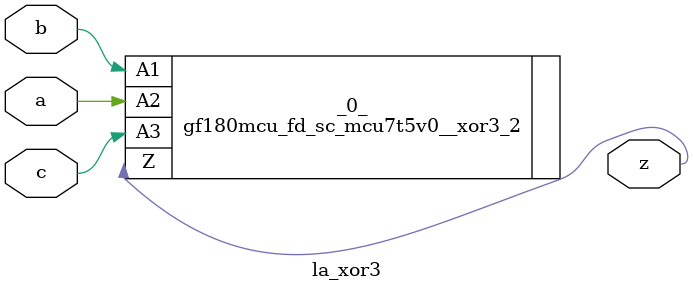
<source format=v>

/* Generated by Yosys 0.44 (git sha1 80ba43d26, g++ 11.4.0-1ubuntu1~22.04 -fPIC -O3) */

(* top =  1  *)
(* src = "inputs/la_xor3.v:10.1-21.10" *)
module la_xor3 (
    a,
    b,
    c,
    z
);
  (* src = "inputs/la_xor3.v:13.12-13.13" *)
  input a;
  wire a;
  (* src = "inputs/la_xor3.v:14.12-14.13" *)
  input b;
  wire b;
  (* src = "inputs/la_xor3.v:15.12-15.13" *)
  input c;
  wire c;
  (* src = "inputs/la_xor3.v:16.12-16.13" *)
  output z;
  wire z;
  gf180mcu_fd_sc_mcu7t5v0__xor3_2 _0_ (
      .A1(b),
      .A2(a),
      .A3(c),
      .Z (z)
  );
endmodule

</source>
